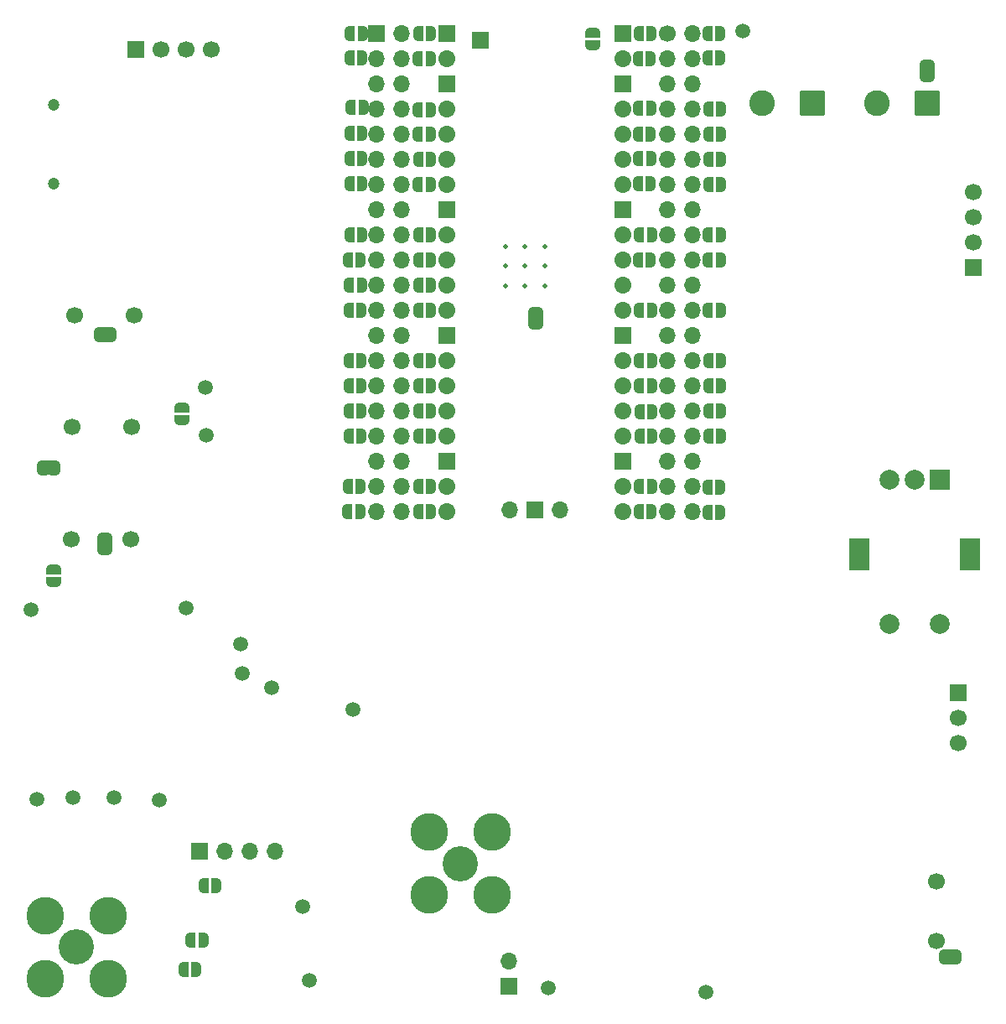
<source format=gbr>
%TF.GenerationSoftware,KiCad,Pcbnew,9.0.7-9.0.7~ubuntu24.04.1*%
%TF.CreationDate,2026-02-20T11:59:03-08:00*%
%TF.ProjectId,Intro-to-CAD-2026,496e7472-6f2d-4746-9f2d-4341442d3230,rev?*%
%TF.SameCoordinates,Original*%
%TF.FileFunction,Soldermask,Bot*%
%TF.FilePolarity,Negative*%
%FSLAX46Y46*%
G04 Gerber Fmt 4.6, Leading zero omitted, Abs format (unit mm)*
G04 Created by KiCad (PCBNEW 9.0.7-9.0.7~ubuntu24.04.1) date 2026-02-20 11:59:03*
%MOMM*%
%LPD*%
G01*
G04 APERTURE LIST*
G04 Aperture macros list*
%AMRoundRect*
0 Rectangle with rounded corners*
0 $1 Rounding radius*
0 $2 $3 $4 $5 $6 $7 $8 $9 X,Y pos of 4 corners*
0 Add a 4 corners polygon primitive as box body*
4,1,4,$2,$3,$4,$5,$6,$7,$8,$9,$2,$3,0*
0 Add four circle primitives for the rounded corners*
1,1,$1+$1,$2,$3*
1,1,$1+$1,$4,$5*
1,1,$1+$1,$6,$7*
1,1,$1+$1,$8,$9*
0 Add four rect primitives between the rounded corners*
20,1,$1+$1,$2,$3,$4,$5,0*
20,1,$1+$1,$4,$5,$6,$7,0*
20,1,$1+$1,$6,$7,$8,$9,0*
20,1,$1+$1,$8,$9,$2,$3,0*%
%AMFreePoly0*
4,1,23,0.500000,-0.750000,0.000000,-0.750000,0.000000,-0.745722,-0.065263,-0.745722,-0.191342,-0.711940,-0.304381,-0.646677,-0.396677,-0.554381,-0.461940,-0.441342,-0.495722,-0.315263,-0.495722,-0.250000,-0.500000,-0.250000,-0.500000,0.250000,-0.495722,0.250000,-0.495722,0.315263,-0.461940,0.441342,-0.396677,0.554381,-0.304381,0.646677,-0.191342,0.711940,-0.065263,0.745722,0.000000,0.745722,
0.000000,0.750000,0.500000,0.750000,0.500000,-0.750000,0.500000,-0.750000,$1*%
%AMFreePoly1*
4,1,23,0.000000,0.745722,0.065263,0.745722,0.191342,0.711940,0.304381,0.646677,0.396677,0.554381,0.461940,0.441342,0.495722,0.315263,0.495722,0.250000,0.500000,0.250000,0.500000,-0.250000,0.495722,-0.250000,0.495722,-0.315263,0.461940,-0.441342,0.396677,-0.554381,0.304381,-0.646677,0.191342,-0.711940,0.065263,-0.745722,0.000000,-0.745722,0.000000,-0.750000,-0.500000,-0.750000,
-0.500000,0.750000,0.000000,0.750000,0.000000,0.745722,0.000000,0.745722,$1*%
G04 Aperture macros list end*
%ADD10R,1.700000X1.700000*%
%ADD11C,1.700000*%
%ADD12C,1.500000*%
%ADD13C,0.500000*%
%ADD14C,3.556000*%
%ADD15C,3.810000*%
%ADD16RoundRect,0.250000X1.050000X1.050000X-1.050000X1.050000X-1.050000X-1.050000X1.050000X-1.050000X0*%
%ADD17C,2.600000*%
%ADD18O,1.700000X1.700000*%
%ADD19C,1.200000*%
%ADD20R,2.000000X2.000000*%
%ADD21C,2.000000*%
%ADD22R,2.000000X3.200000*%
%ADD23FreePoly0,180.000000*%
%ADD24FreePoly1,180.000000*%
%ADD25FreePoly0,270.000000*%
%ADD26FreePoly1,270.000000*%
%ADD27FreePoly0,0.000000*%
%ADD28FreePoly1,0.000000*%
%ADD29FreePoly0,90.000000*%
%ADD30FreePoly1,90.000000*%
G04 APERTURE END LIST*
%TO.C,JP4*%
G36*
X192200000Y-36170000D02*
G01*
X193700000Y-36170000D01*
X193700000Y-36470000D01*
X192200000Y-36470000D01*
X192200000Y-36170000D01*
G37*
%TO.C,e3*%
G36*
X195100000Y-126550000D02*
G01*
X195400000Y-126550000D01*
X195400000Y-125050000D01*
X195100000Y-125050000D01*
X195100000Y-126550000D01*
G37*
%TO.C,e5*%
G36*
X109120000Y-83920000D02*
G01*
X110620000Y-83920000D01*
X110620000Y-84220000D01*
X109120000Y-84220000D01*
X109120000Y-83920000D01*
G37*
%TO.C,e8*%
G36*
X110040000Y-62240000D02*
G01*
X109740000Y-62240000D01*
X109740000Y-63740000D01*
X110040000Y-63740000D01*
X110040000Y-62240000D01*
G37*
%TO.C,JP2*%
G36*
X154170000Y-61480000D02*
G01*
X152670000Y-61480000D01*
X152670000Y-61180000D01*
X154170000Y-61180000D01*
X154170000Y-61480000D01*
G37*
%TO.C,e4*%
G36*
X104360000Y-75640000D02*
G01*
X104060000Y-75640000D01*
X104060000Y-77140000D01*
X104360000Y-77140000D01*
X104360000Y-75640000D01*
G37*
%TD*%
D10*
%TO.C,J14*%
X196080000Y-99140000D03*
D11*
X196080000Y-101680000D03*
X196080000Y-104220000D03*
%TD*%
D12*
%TO.C,TP8*%
X170575000Y-129350000D03*
%TD*%
D13*
%TO.C,U6*%
X150310000Y-58050000D03*
X152310000Y-58050000D03*
X154310000Y-58050000D03*
X150310000Y-56050000D03*
X152310000Y-56050000D03*
X154310000Y-56050000D03*
X150310000Y-54050000D03*
X152310000Y-54050000D03*
X154310000Y-54050000D03*
%TD*%
D12*
%TO.C,TP1*%
X120060000Y-68290000D03*
%TD*%
D14*
%TO.C,J11*%
X107005000Y-124815000D03*
D15*
X103830000Y-121640000D03*
X103830000Y-127990000D03*
X110180000Y-121640000D03*
X110180000Y-127990000D03*
%TD*%
D12*
%TO.C,TP10*%
X123600000Y-94220000D03*
%TD*%
D16*
%TO.C,J18*%
X192970000Y-39630000D03*
D17*
X187890000Y-39630000D03*
%TD*%
D12*
%TO.C,TP14*%
X103030000Y-109840000D03*
%TD*%
D10*
%TO.C,Je3*%
X119480000Y-115080000D03*
D18*
X122020000Y-115080000D03*
X124560000Y-115080000D03*
X127100000Y-115080000D03*
%TD*%
D10*
%TO.C,J15*%
X113010000Y-34140000D03*
D11*
X115550000Y-34140000D03*
X118090000Y-34140000D03*
X120630000Y-34140000D03*
%TD*%
D10*
%TO.C,J5*%
X150650000Y-128750000D03*
D18*
X150650000Y-126210000D03*
%TD*%
D12*
%TO.C,TP25*%
X174310000Y-32350000D03*
%TD*%
%TO.C,TP12*%
X154660000Y-128960000D03*
%TD*%
D19*
%TO.C,J13*%
X104720000Y-39730000D03*
X104720000Y-47730000D03*
%TD*%
D18*
%TO.C,J3*%
X166680000Y-80840000D03*
X169220000Y-80840000D03*
X166680000Y-78300000D03*
X169220000Y-78300000D03*
X166680000Y-75760000D03*
X169220000Y-75760000D03*
X166680000Y-73220000D03*
X169220000Y-73220000D03*
X166680000Y-70680000D03*
X169220000Y-70680000D03*
X166680000Y-68140000D03*
X169220000Y-68140000D03*
X166680000Y-65600000D03*
X169220000Y-65600000D03*
X166680000Y-63060000D03*
X169220000Y-63060000D03*
X166680000Y-60520000D03*
X169220000Y-60520000D03*
X166680000Y-57980000D03*
X169220000Y-57980000D03*
X166680000Y-55440000D03*
X169220000Y-55440000D03*
X166680000Y-52900000D03*
X169220000Y-52900000D03*
X166680000Y-50360000D03*
X169220000Y-50360000D03*
X166680000Y-47820000D03*
X169220000Y-47820000D03*
X166680000Y-45280000D03*
X169220000Y-45280000D03*
X166680000Y-42740000D03*
X169220000Y-42740000D03*
X166680000Y-40200000D03*
X169220000Y-40200000D03*
X166680000Y-37660000D03*
X169220000Y-37660000D03*
X166680000Y-35120000D03*
X169220000Y-35120000D03*
D11*
X166680000Y-32580000D03*
D18*
X169220000Y-32580000D03*
%TD*%
D11*
%TO.C,J16*%
X106860000Y-61020000D03*
X112860000Y-61020000D03*
%TD*%
D12*
%TO.C,TP18*%
X102460000Y-90740000D03*
%TD*%
%TO.C,TP2*%
X120110000Y-73130000D03*
%TD*%
D18*
%TO.C,U3*%
X144400000Y-32600000D03*
X144400000Y-35140000D03*
D10*
X144400000Y-37680000D03*
D18*
X144400000Y-40220000D03*
X144400000Y-42760000D03*
X144400000Y-45300000D03*
X144400000Y-47840000D03*
D10*
X144400000Y-50380000D03*
D18*
X144400000Y-52920000D03*
X144400000Y-55460000D03*
X144400000Y-58000000D03*
X144400000Y-60540000D03*
D10*
X144400000Y-63080000D03*
D18*
X144400000Y-65620000D03*
X144400000Y-68160000D03*
X144400000Y-70700000D03*
X144400000Y-73240000D03*
D10*
X144400000Y-75780000D03*
D18*
X144400000Y-78320000D03*
X144400000Y-80860000D03*
X162180000Y-80860000D03*
X162180000Y-78320000D03*
D10*
X162180000Y-75780000D03*
D18*
X162180000Y-73240000D03*
X162180000Y-70700000D03*
X162180000Y-68160000D03*
X162180000Y-65620000D03*
D10*
X162180000Y-63080000D03*
D18*
X162180000Y-60540000D03*
X162180000Y-58000000D03*
X162180000Y-55460000D03*
X162180000Y-52920000D03*
D10*
X162180000Y-50380000D03*
D18*
X162180000Y-47840000D03*
X162180000Y-45300000D03*
X162180000Y-42760000D03*
X162180000Y-40220000D03*
D10*
X162180000Y-37680000D03*
D18*
X162180000Y-35140000D03*
X162180000Y-32600000D03*
X150750000Y-80630000D03*
D10*
X153290000Y-80630000D03*
D18*
X155830000Y-80630000D03*
%TD*%
D12*
%TO.C,TP16*%
X106680000Y-109730000D03*
%TD*%
%TO.C,TP4*%
X126720000Y-98650000D03*
%TD*%
D16*
%TO.C,J17*%
X181300000Y-39562500D03*
D17*
X176220000Y-39562500D03*
%TD*%
D12*
%TO.C,TP11*%
X129820000Y-120730000D03*
%TD*%
%TO.C,TP3*%
X134970000Y-100840000D03*
%TD*%
D10*
%TO.C,J7*%
X147830000Y-33290000D03*
%TD*%
D12*
%TO.C,TP5*%
X123740000Y-97150000D03*
%TD*%
D10*
%TO.C,J4*%
X144400000Y-32600000D03*
D11*
X144400000Y-35140000D03*
X144400000Y-37680000D03*
X144400000Y-40220000D03*
X144400000Y-42760000D03*
X144400000Y-45300000D03*
X144400000Y-47840000D03*
X144400000Y-50380000D03*
X144400000Y-52920000D03*
X144400000Y-55460000D03*
X144400000Y-58000000D03*
X144400000Y-60540000D03*
X144400000Y-63080000D03*
X144400000Y-65620000D03*
X144400000Y-68160000D03*
X144400000Y-70700000D03*
X144400000Y-73240000D03*
X144400000Y-75780000D03*
X144400000Y-78320000D03*
X144400000Y-80860000D03*
%TD*%
D20*
%TO.C,SW1*%
X194160000Y-77650000D03*
D21*
X189160000Y-77650000D03*
X191660000Y-77650000D03*
D22*
X197260000Y-85150000D03*
X186060000Y-85150000D03*
D21*
X189160000Y-92150000D03*
X194160000Y-92150000D03*
%TD*%
D12*
%TO.C,TP17*%
X118110000Y-90560000D03*
%TD*%
D11*
%TO.C,J12*%
X106520000Y-83650000D03*
X112520000Y-83650000D03*
%TD*%
D14*
%TO.C,J8*%
X145795000Y-116365000D03*
D15*
X148970000Y-119540000D03*
X148970000Y-113190000D03*
X142620000Y-119540000D03*
X142620000Y-113190000D03*
%TD*%
D12*
%TO.C,TP7*%
X115400000Y-109950000D03*
%TD*%
D10*
%TO.C,J6*%
X197620000Y-56190000D03*
D11*
X197620000Y-53650000D03*
X197620000Y-51110000D03*
X197620000Y-48570000D03*
%TD*%
%TO.C,J1*%
X106560000Y-72270000D03*
X112560000Y-72270000D03*
%TD*%
D12*
%TO.C,TP6*%
X110840000Y-109740000D03*
%TD*%
D11*
%TO.C,J10*%
X162180000Y-80860000D03*
X162180000Y-78320000D03*
X162180000Y-75780000D03*
X162180000Y-73240000D03*
X162180000Y-70700000D03*
X162180000Y-68160000D03*
X162180000Y-65620000D03*
X162180000Y-63080000D03*
X162180000Y-60540000D03*
X162180000Y-58000000D03*
X162180000Y-55460000D03*
X162180000Y-52920000D03*
X162180000Y-50380000D03*
X162180000Y-47840000D03*
X162180000Y-45300000D03*
X162180000Y-42760000D03*
X162180000Y-40220000D03*
X162180000Y-37680000D03*
X162180000Y-35140000D03*
D10*
X162180000Y-32600000D03*
%TD*%
D12*
%TO.C,TP26*%
X130570000Y-128120000D03*
%TD*%
D11*
%TO.C,J9*%
X193900000Y-124170000D03*
X193900000Y-118170000D03*
%TD*%
D10*
%TO.C,J2*%
X137310000Y-32606000D03*
D18*
X139850000Y-32606000D03*
X137310000Y-35146000D03*
X139850000Y-35146000D03*
X137310000Y-37686000D03*
X139850000Y-37686000D03*
X137310000Y-40226000D03*
X139850000Y-40226000D03*
X137310000Y-42766000D03*
X139850000Y-42766000D03*
X137310000Y-45306000D03*
X139850000Y-45306000D03*
X137310000Y-47846000D03*
X139850000Y-47846000D03*
X137310000Y-50386000D03*
X139850000Y-50386000D03*
X137310000Y-52926000D03*
X139850000Y-52926000D03*
X137310000Y-55466000D03*
X139850000Y-55466000D03*
X137310000Y-58006000D03*
X139850000Y-58006000D03*
X137310000Y-60546000D03*
X139850000Y-60546000D03*
X137310000Y-63086000D03*
X139850000Y-63086000D03*
X137310000Y-65626000D03*
X139850000Y-65626000D03*
X137310000Y-68166000D03*
X139850000Y-68166000D03*
X137310000Y-70706000D03*
X139850000Y-70706000D03*
X137310000Y-73246000D03*
X139850000Y-73246000D03*
X137310000Y-75786000D03*
X139850000Y-75786000D03*
X137310000Y-78326000D03*
X139850000Y-78326000D03*
X137310000Y-80866000D03*
X139850000Y-80866000D03*
%TD*%
D23*
%TO.C,JP45*%
X165120000Y-68160000D03*
D24*
X163820000Y-68160000D03*
%TD*%
D23*
%TO.C,JP33*%
X172060000Y-78360000D03*
D24*
X170760000Y-78360000D03*
%TD*%
D23*
%TO.C,JP56*%
X142790000Y-47790000D03*
D24*
X141490000Y-47790000D03*
%TD*%
D25*
%TO.C,JP4*%
X192950000Y-35670000D03*
D26*
X192950000Y-36970000D03*
%TD*%
D23*
%TO.C,JP78*%
X135820000Y-65620000D03*
D24*
X134520000Y-65620000D03*
%TD*%
D23*
%TO.C,JP1*%
X119120000Y-127070000D03*
D24*
X117820000Y-127070000D03*
%TD*%
D27*
%TO.C,e3*%
X194600000Y-125800000D03*
D28*
X195900000Y-125800000D03*
%TD*%
D23*
%TO.C,JP58*%
X142810000Y-55460000D03*
D24*
X141510000Y-55460000D03*
%TD*%
D23*
%TO.C,JP77*%
X135820000Y-60480000D03*
D24*
X134520000Y-60480000D03*
%TD*%
D23*
%TO.C,JP74*%
X135860000Y-52860000D03*
D24*
X134560000Y-52860000D03*
%TD*%
D23*
%TO.C,JP25*%
X172110000Y-47785000D03*
D24*
X170810000Y-47785000D03*
%TD*%
D25*
%TO.C,JP50*%
X159150000Y-32460000D03*
D26*
X159150000Y-33760000D03*
%TD*%
D23*
%TO.C,JP66*%
X142810000Y-80860000D03*
D24*
X141510000Y-80860000D03*
%TD*%
D23*
%TO.C,JP79*%
X135820000Y-68160000D03*
D24*
X134520000Y-68160000D03*
%TD*%
D27*
%TO.C,JP86*%
X119840000Y-118610000D03*
D28*
X121140000Y-118610000D03*
%TD*%
D23*
%TO.C,JP71*%
X135885000Y-42610000D03*
D24*
X134585000Y-42610000D03*
%TD*%
D23*
%TO.C,JP76*%
X135830000Y-57940000D03*
D24*
X134530000Y-57940000D03*
%TD*%
D25*
%TO.C,e5*%
X109870000Y-83420000D03*
D26*
X109870000Y-84720000D03*
%TD*%
D23*
%TO.C,JP31*%
X172135000Y-70685000D03*
D24*
X170835000Y-70685000D03*
%TD*%
D23*
%TO.C,JP83*%
X135660000Y-80860000D03*
D24*
X134360000Y-80860000D03*
%TD*%
D23*
%TO.C,JP44*%
X165120000Y-65610000D03*
D24*
X163820000Y-65610000D03*
%TD*%
D23*
%TO.C,JP27*%
X172085000Y-55460000D03*
D24*
X170785000Y-55460000D03*
%TD*%
D23*
%TO.C,JP70*%
X136010000Y-40060000D03*
D24*
X134710000Y-40060000D03*
%TD*%
D23*
%TO.C,JP57*%
X142810000Y-52920000D03*
D24*
X141510000Y-52920000D03*
%TD*%
D25*
%TO.C,JP18*%
X117640000Y-70310000D03*
D26*
X117640000Y-71610000D03*
%TD*%
D23*
%TO.C,JP63*%
X142810000Y-70700000D03*
D24*
X141510000Y-70700000D03*
%TD*%
D23*
%TO.C,JP73*%
X135885000Y-47685000D03*
D24*
X134585000Y-47685000D03*
%TD*%
D23*
%TO.C,JP55*%
X142800000Y-45250000D03*
D24*
X141500000Y-45250000D03*
%TD*%
D23*
%TO.C,JP41*%
X165120000Y-52930000D03*
D24*
X163820000Y-52930000D03*
%TD*%
D23*
%TO.C,JP80*%
X135820000Y-70700000D03*
D24*
X134520000Y-70700000D03*
%TD*%
D23*
%TO.C,JP43*%
X165120000Y-60510000D03*
D24*
X163820000Y-60510000D03*
%TD*%
D23*
%TO.C,JP39*%
X165040000Y-45220000D03*
D24*
X163740000Y-45220000D03*
%TD*%
D23*
%TO.C,JP26*%
X172085000Y-52910000D03*
D24*
X170785000Y-52910000D03*
%TD*%
D23*
%TO.C,JP67*%
X135910000Y-32560000D03*
D24*
X134610000Y-32560000D03*
%TD*%
D23*
%TO.C,JP29*%
X172110000Y-65610000D03*
D24*
X170810000Y-65610000D03*
%TD*%
D23*
%TO.C,JP34*%
X172060000Y-80910000D03*
D24*
X170760000Y-80910000D03*
%TD*%
D23*
%TO.C,JP49*%
X165090000Y-80820000D03*
D24*
X163790000Y-80820000D03*
%TD*%
D23*
%TO.C,JP36*%
X165020000Y-35140000D03*
D24*
X163720000Y-35140000D03*
%TD*%
D23*
%TO.C,JP40*%
X165000000Y-47760000D03*
D24*
X163700000Y-47760000D03*
%TD*%
D23*
%TO.C,JP65*%
X142810000Y-78320000D03*
D24*
X141510000Y-78320000D03*
%TD*%
D23*
%TO.C,JP28*%
X172085000Y-60510000D03*
D24*
X170785000Y-60510000D03*
%TD*%
D23*
%TO.C,JP68*%
X135885000Y-35060000D03*
D24*
X134585000Y-35060000D03*
%TD*%
D23*
%TO.C,JP32*%
X172135000Y-73210000D03*
D24*
X170835000Y-73210000D03*
%TD*%
D23*
%TO.C,JP30*%
X172135000Y-68160000D03*
D24*
X170835000Y-68160000D03*
%TD*%
D23*
%TO.C,JP42*%
X164990000Y-55460000D03*
D24*
X163690000Y-55460000D03*
%TD*%
D23*
%TO.C,JP54*%
X142780000Y-42750000D03*
D24*
X141480000Y-42750000D03*
%TD*%
D23*
%TO.C,JP51*%
X142840000Y-32590000D03*
D24*
X141540000Y-32590000D03*
%TD*%
D23*
%TO.C,JP62*%
X142810000Y-68160000D03*
D24*
X141510000Y-68160000D03*
%TD*%
D23*
%TO.C,JP53*%
X142780000Y-40250000D03*
D24*
X141480000Y-40250000D03*
%TD*%
D23*
%TO.C,JP60*%
X142810000Y-60540000D03*
D24*
X141510000Y-60540000D03*
%TD*%
D23*
%TO.C,JP47*%
X165180000Y-73250000D03*
D24*
X163880000Y-73250000D03*
%TD*%
D23*
%TO.C,JP72*%
X135885000Y-45160000D03*
D24*
X134585000Y-45160000D03*
%TD*%
D23*
%TO.C,JP38*%
X165010000Y-42710000D03*
D24*
X163710000Y-42710000D03*
%TD*%
D23*
%TO.C,JP46*%
X165180000Y-70720000D03*
D24*
X163880000Y-70720000D03*
%TD*%
D23*
%TO.C,e8*%
X110540000Y-62990000D03*
D24*
X109240000Y-62990000D03*
%TD*%
D23*
%TO.C,JP61*%
X142810000Y-65620000D03*
D24*
X141510000Y-65620000D03*
%TD*%
D23*
%TO.C,JP81*%
X135820000Y-73240000D03*
D24*
X134520000Y-73240000D03*
%TD*%
D23*
%TO.C,JP64*%
X142810000Y-73240000D03*
D24*
X141510000Y-73240000D03*
%TD*%
D29*
%TO.C,JP2*%
X153420000Y-61980000D03*
D30*
X153420000Y-60680000D03*
%TD*%
D23*
%TO.C,JP48*%
X165130000Y-78280000D03*
D24*
X163830000Y-78280000D03*
%TD*%
D23*
%TO.C,JP75*%
X135710000Y-55410000D03*
D24*
X134410000Y-55410000D03*
%TD*%
D23*
%TO.C,JP24*%
X172135000Y-45285000D03*
D24*
X170835000Y-45285000D03*
%TD*%
D23*
%TO.C,JP52*%
X142780000Y-35100000D03*
D24*
X141480000Y-35100000D03*
%TD*%
D23*
%TO.C,JP23*%
X172135000Y-42735000D03*
D24*
X170835000Y-42735000D03*
%TD*%
D23*
%TO.C,JP22*%
X172135000Y-40210000D03*
D24*
X170835000Y-40210000D03*
%TD*%
D23*
%TO.C,JP59*%
X142810000Y-58000000D03*
D24*
X141510000Y-58000000D03*
%TD*%
D23*
%TO.C,JP37*%
X165040000Y-40110000D03*
D24*
X163740000Y-40110000D03*
%TD*%
D23*
%TO.C,JP82*%
X135735000Y-78310000D03*
D24*
X134435000Y-78310000D03*
%TD*%
D23*
%TO.C,JP21*%
X172035000Y-35060000D03*
D24*
X170735000Y-35060000D03*
%TD*%
D23*
%TO.C,e4*%
X104860000Y-76390000D03*
D24*
X103560000Y-76390000D03*
%TD*%
D23*
%TO.C,JP20*%
X172035000Y-32535000D03*
D24*
X170735000Y-32535000D03*
%TD*%
D23*
%TO.C,JP35*%
X165100000Y-32590000D03*
D24*
X163800000Y-32590000D03*
%TD*%
D23*
%TO.C,JP88*%
X119840000Y-124100000D03*
D24*
X118540000Y-124100000D03*
%TD*%
D29*
%TO.C,JP19*%
X104670000Y-87980000D03*
D30*
X104670000Y-86680000D03*
%TD*%
M02*

</source>
